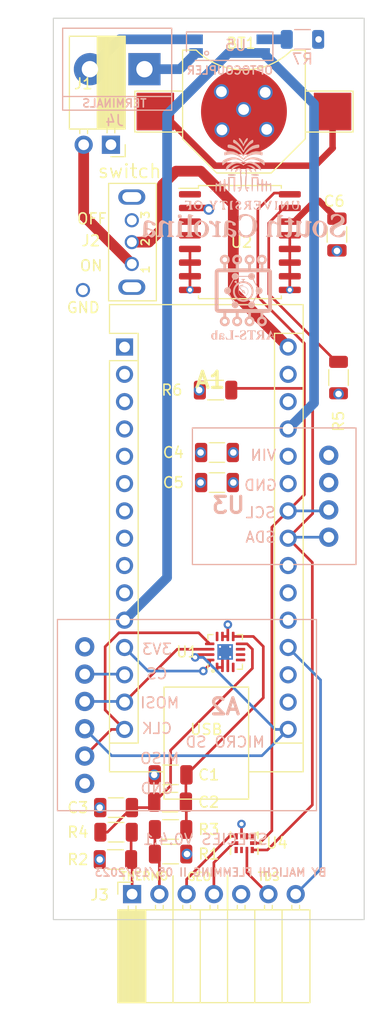
<source format=kicad_pcb>
(kicad_pcb (version 20221018) (generator pcbnew)
  (layers (0 "F.Cu" signal) (1 "In1.Cu" signal) (2 "In2.Cu" signal) (31 "B.Cu" signal) (34 "B.Paste" user) (35 "F.Paste" user) (36 "B.SilkS" user "B.Silkscreen") (37 "F.SilkS" user "F.Silkscreen") (38 "B.Mask" user) (39 "F.Mask" user) (44 "Edge.Cuts" user))
  (net 0 "")
  (net 4 "GND")
  (net 11 "5V0")
  (net 12 "TEMP_AMP_CS")
  (net 13 "SD_CS")
  (net 14 "MOSI")
  (net 15 "MISO")
  (net 16 "CLK")
  (net 17 "3V3")
  (net 19 "EC_DATA")
  (net 23 "SDA")
  (net 24 "SCL")
  (net 27 "Net-(J4-Pad1)")
  (net 29 "VIN")
  (net 30 "Net-(BT1-Pad1)")
  (net 31 "Net-(C1-Pad2)")
  (net 32 "Net-(C2-Pad2)")
  (net 33 "POWER")
  (net 35 "GEO_AMP_1")
  (net 36 "GEO_AMP_0")
  (net 37 "TEMP_AMP_1")
  (net 38 "TEMP_AMP_0")
  (net 51 "Net-(J4-Pad2)")
  (net 52 "Net-(R7-Pad1)")
  (footprint "Package_DFN_QFN:VQFN-16-1EP_3x3mm_P0.5mm_EP1.45x1.45mm_ThermalVias" (layer "F.Cu") (at 178.816 119.888 90)
    (fp_text reference "U1" (at 0 -3.556 180) (layer "F.SilkS"))
    (fp_text value "ADS1120-PW")
    (pad "1" smd roundrect (at -1.4375 -0.75 90) (size 0.875 0.25) (layers "F.Cu" "F.Paste" "F.Mask") (net 4 "GND"))
    (pad "2" smd roundrect (at -1.4375 -0.25 90) (size 0.875 0.25) (layers "F.Cu" "F.Paste" "F.Mask") (net 4 "GND"))
    (pad "3" smd roundrect (at -1.4375 0.25 90) (size 0.875 0.25) (layers "F.Cu" "F.Paste" "F.Mask") (net 4 "GND"))
    (pad "4" smd roundrect (at -1.4375 0.75 90) (size 0.875 0.25) (layers "F.Cu" "F.Paste" "F.Mask"))
    (pad "5" smd roundrect (at -0.75 1.4375 90) (size 0.25 0.875) (layers "F.Cu" "F.Paste" "F.Mask"))
    (pad "6" smd roundrect (at -0.25 1.4375 90) (size 0.25 0.875) (layers "F.Cu" "F.Paste" "F.Mask"))
    (pad "7" smd roundrect (at 0.25 1.4375 90) (size 0.25 0.875) (layers "F.Cu" "F.Paste" "F.Mask"))
    (pad "8" smd roundrect (at 0.75 1.4375 90) (size 0.25 0.875) (layers "F.Cu" "F.Paste" "F.Mask") (net 32 "Net-(C2-Pad2)"))
    (pad "9" smd roundrect (at 1.4375 0.75 90) (size 0.875 0.25) (layers "F.Cu" "F.Paste" "F.Mask") (net 31 "Net-(C1-Pad2)"))
    (pad "10" smd roundrect (at 1.4375 0.25 90) (size 0.875 0.25) (layers "F.Cu" "F.Paste" "F.Mask") (net 17 "3V3"))
    (pad "11" smd roundrect (at 1.4375 -0.25 90) (size 0.875 0.25) (layers "F.Cu" "F.Paste" "F.Mask") (net 17 "3V3"))
    (pad "12" smd roundrect (at 1.4375 -0.75 90) (size 0.875 0.25) (layers "F.Cu" "F.Paste" "F.Mask"))
    (pad "13" smd roundrect (at 0.75 -1.4375 90) (size 0.25 0.875) (layers "F.Cu" "F.Paste" "F.Mask") (net 15 "MISO"))
    (pad "14" smd roundrect (at 0.25 -1.4375 90) (size 0.25 0.875) (layers "F.Cu" "F.Paste" "F.Mask") (net 14 "MOSI"))
    (pad "15" smd roundrect (at -0.25 -1.4375 90) (size 0.25 0.875) (layers "F.Cu" "F.Paste" "F.Mask") (net 16 "CLK"))
    (pad "16" smd roundrect (at -0.75 -1.4375 90) (size 0.25 0.875) (layers "F.Cu" "F.Paste" "F.Mask") (net 12 "TEMP_AMP_CS"))
    (pad "17" thru_hole circle (at -0.475 -0.475 90) (size 0.5 0.5) (drill 0.2) (layers "*.Cu") (net 4 "GND"))
    (pad "17" thru_hole circle (at -0.475 0.475 90) (size 0.5 0.5) (drill 0.2) (layers "*.Cu") (net 4 "GND"))
    (pad "17" smd rect (at 0 0 90) (size 1.45 1.45) (layers "F.Cu" "F.Mask") (net 4 "GND"))
    (pad "17" smd rect (at 0 0 90) (size 1.45 1.45) (layers "B.Cu") (net 4 "GND"))
    (pad "17" thru_hole circle (at 0.475 -0.475 90) (size 0.5 0.5) (drill 0.2) (layers "*.Cu") (net 4 "GND"))
    (pad "17" thru_hole circle (at 0.475 0.475 90) (size 0.5 0.5) (drill 0.2) (layers "*.Cu") (net 4 "GND"))
  )
  (footprint "Resistor_SMD:R_1206_3216Metric" (layer "F.Cu") (at 168.5945 139.192 180)
    (fp_text reference "R2" (at 3.4945 0) (layer "F.SilkS"))
    (fp_text value "R_1MOhm")
    (pad "1" smd roundrect (at -1.4625 0 180) (size 1.125 1.75) (layers "F.Cu" "F.Paste" "F.Mask") (roundrect_rratio 0.222222) (net 37 "TEMP_AMP_1"))
    (pad "2" smd roundrect (at 1.4625 0 180) (size 1.125 1.75) (layers "F.Cu" "F.Paste" "F.Mask") (roundrect_rratio 0.222222) (net 4 "GND"))
  )
  (footprint "Connector_PinSocket_2.54mm:PinSocket_1x07_P2.54mm_Horizontal" (layer "F.Cu") (at 170.15 142.412 90)
    (fp_text reference "J3" (at -0.082 -3.018 180) (layer "F.SilkS"))
    (fp_text value "Conn_01x07_Female")
    (pad "1" thru_hole rect (at 0 0 90) (size 1.7 1.7) (drill 1) (layers "*.Cu" "*.Mask") (net 37 "TEMP_AMP_1"))
    (pad "2" thru_hole oval (at 0 2.54 90) (size 1.7 1.7) (drill 1) (layers "*.Cu" "*.Mask") (net 38 "TEMP_AMP_0"))
    (pad "3" thru_hole oval (at 0 5.08 90) (size 1.7 1.7) (drill 1) (layers "*.Cu" "*.Mask") (net 36 "GEO_AMP_0"))
    (pad "4" thru_hole oval (at 0 7.62 90) (size 1.7 1.7) (drill 1) (layers "*.Cu" "*.Mask") (net 35 "GEO_AMP_1"))
    (pad "5" thru_hole oval (at 0 10.16 90) (size 1.7 1.7) (drill 1) (layers "*.Cu" "*.Mask") (net 4 "GND"))
    (pad "6" thru_hole oval (at 0 12.7 90) (size 1.7 1.7) (drill 1) (layers "*.Cu" "*.Mask") (net 17 "3V3"))
    (pad "7" thru_hole oval (at 0 15.24 90) (size 1.7 1.7) (drill 1) (layers "*.Cu" "*.Mask") (net 19 "EC_DATA"))
  )
  (footprint "Connector_PinSocket_2.54mm:PinSocket_1x02_P2.54mm_Horizontal" (layer "F.Cu") (at 168.178 72.726 -90)
    (fp_text reference "J1" (at -5.67 2.57 180) (layer "F.SilkS"))
    (fp_text value "Conn_01x02_Female")
    (pad "1" thru_hole rect (at 0 0 270) (size 1.7 1.7) (drill 1) (layers "*.Cu" "*.Mask") (net 4 "GND"))
    (pad "2" thru_hole oval (at 0 2.54 270) (size 1.7 1.7) (drill 1) (layers "*.Cu" "*.Mask") (net 33 "POWER"))
  )
  (footprint "kitest:battery_holder_10mm" (layer "F.Cu") (at 180.57 69.64)
    (fp_text reference "BT1" (at -0.254 -6.35 180) (layer "F.SilkS"))
    (fp_text value "Battery_Cell")
    (pad "1" smd rect (at -8.255 0 270) (size 3.5 3.5) (layers "F.Cu" "F.Mask") (net 30 "Net-(BT1-Pad1)"))
    (pad "1" smd rect (at 8.255 0 270) (size 3.5 3.5) (layers "F.Cu" "F.Mask") (net 30 "Net-(BT1-Pad1)"))
    (pad "2" smd circle (at 0 0 270) (size 8 8) (layers "F.Cu" "F.Mask") (net 4 "GND"))
  )
  (footprint "Capacitor_SMD:C_1206_3216Metric" (layer "F.Cu") (at 178.054 104.14)
    (fp_text reference "C5" (at -4.064 0) (layer "F.SilkS"))
    (fp_text value "C_0.1uF")
    (pad "1" smd roundrect (at -1.475 0) (size 1.15 1.8) (layers "F.Cu" "F.Paste" "F.Mask") (roundrect_rratio 0.217391) (net 17 "3V3"))
    (pad "2" smd roundrect (at 1.475 0) (size 1.15 1.8) (layers "F.Cu" "F.Paste" "F.Mask") (roundrect_rratio 0.217391) (net 4 "GND"))
  )
  (footprint "Resistor_SMD:R_1206_3216Metric" (layer "F.Cu") (at 168.656 136.652)
    (fp_text reference "R4" (at -3.556 0) (layer "F.SilkS"))
    (fp_text value "R_800Ohm")
    (pad "1" smd roundrect (at -1.4625 0) (size 1.125 1.75) (layers "F.Cu" "F.Paste" "F.Mask") (roundrect_rratio 0.222222) (net 32 "Net-(C2-Pad2)"))
    (pad "2" smd roundrect (at 1.4625 0) (size 1.125 1.75) (layers "F.Cu" "F.Paste" "F.Mask") (roundrect_rratio 0.222222) (net 37 "TEMP_AMP_1"))
  )
  (footprint "Resistor_SMD:R_1206_3216Metric" (layer "F.Cu") (at 173.736 138.684 180)
    (fp_text reference "R1" (at -3.556 0) (layer "F.SilkS"))
    (fp_text value "R_1MOhm")
    (pad "1" smd roundrect (at -1.4625 0 180) (size 1.125 1.75) (layers "F.Cu" "F.Paste" "F.Mask") (roundrect_rratio 0.222222) (net 17 "3V3"))
    (pad "2" smd roundrect (at 1.4625 0 180) (size 1.125 1.75) (layers "F.Cu" "F.Paste" "F.Mask") (roundrect_rratio 0.222222) (net 38 "TEMP_AMP_0"))
  )
  (footprint "Resistor_SMD:R_1206_3216Metric" (layer "F.Cu") (at 189.38 94.376 90)
    (fp_text reference "R5" (at -4.064 0 90) (layer "F.SilkS"))
    (fp_text value "R_Small_US")
    (pad "1" smd roundrect (at -1.4625 0 90) (size 1.125 1.75) (layers "F.Cu" "F.Paste" "F.Mask") (roundrect_rratio 0.222222) (net 17 "3V3"))
    (pad "2" smd roundrect (at 1.4625 0 90) (size 1.125 1.75) (layers "F.Cu" "F.Paste" "F.Mask") (roundrect_rratio 0.222222) (net 23 "SDA"))
  )
  (footprint "Capacitor_SMD:C_1206_3216Metric" (layer "F.Cu") (at 173.687 133.858 180)
    (fp_text reference "C2" (at -3.605 0) (layer "F.SilkS"))
    (fp_text value "C_0.47uF")
    (pad "1" smd roundrect (at -1.475 0 180) (size 1.15 1.8) (layers "F.Cu" "F.Paste" "F.Mask") (roundrect_rratio 0.217391) (net 31 "Net-(C1-Pad2)"))
    (pad "2" smd roundrect (at 1.475 0 180) (size 1.15 1.8) (layers "F.Cu" "F.Paste" "F.Mask") (roundrect_rratio 0.217391) (net 32 "Net-(C2-Pad2)"))
  )
  (footprint "kitest:grounded_switch" (layer "F.Cu") (at 165.042 81.78 90)
    (fp_text reference "J2" (at 0.13 1.268 180) (layer "F.SilkS"))
    (fp_text value "XLR3_Switched")
    (fp_text user "switch" (at 6.596 4.884 180) (layer "F.SilkS") (effects (font (size 1.27 1.27))))
    (fp_text user "1" (at -2.54 6.35 90) (layer "F.SilkS") (effects (font (size 0.75 0.75))))
    (fp_text user "3" (at 2.54 6.35 90) (layer "F.SilkS") (effects (font (size 0.75 0.75))))
    (fp_text user "2" (at 0 6.35 90) (layer "F.SilkS") (effects (font (size 0.75 0.75))))
    (pad "" thru_hole oval (at -4.191 5.08 180) (size 2.524 1.424) (drill oval 1.76 0.914) (layers "*.Cu" "*.Mask"))
    (pad "" thru_hole oval (at 4.191 5.08 180) (size 2.524 1.424) (drill oval 1.76 0.914) (layers "*.Cu" "*.Mask"))
    (pad "1" thru_hole circle (at -2.032 5.08 90) (size 1.324 1.324) (drill 0.914) (layers "*.Cu" "*.Mask") (net 33 "POWER"))
    (pad "2" thru_hole circle (at 0 5.08 90) (size 1.324 1.324) (drill 0.914) (layers "*.Cu" "*.Mask") (net 29 "VIN"))
    (pad "3" thru_hole circle (at 2.032 5.08 90) (size 1.324 1.324) (drill 0.914) (layers "*.Cu" "*.Mask"))
  )
  (footprint "Module:Arduino_Nano" (layer "F.Cu") (at 169.445 91.535)
    (fp_text reference "A1" (at 7.975 3.075) (layer "F.SilkS") (effects (font (size 1.5 1.5) (thickness 0.3))))
    (fp_text value "Arduino_Nano_v3.x")
    (fp_text user "USB" (at 7.62 35.56 unlocked) (layer "F.SilkS"))
    (pad "1" thru_hole rect (at 0 0) (size 1.6 1.6) (drill 1) (layers "*.Cu" "*.Mask"))
    (pad "2" thru_hole oval (at 0 2.54) (size 1.6 1.6) (drill 1) (layers "*.Cu" "*.Mask"))
    (pad "3" thru_hole oval (at 0 5.08) (size 1.6 1.6) (drill 1) (layers "*.Cu" "*.Mask"))
    (pad "4" thru_hole oval (at 0 7.62) (size 1.6 1.6) (drill 1) (layers "*.Cu" "*.Mask") (net 4 "GND"))
    (pad "5" thru_hole oval (at 0 10.16) (size 1.6 1.6) (drill 1) (layers "*.Cu" "*.Mask"))
    (pad "6" thru_hole oval (at 0 12.7) (size 1.6 1.6) (drill 1) (layers "*.Cu" "*.Mask"))
    (pad "7" thru_hole oval (at 0 15.24) (size 1.6 1.6) (drill 1) (layers "*.Cu" "*.Mask"))
    (pad "8" thru_hole oval (at 0 17.78) (size 1.6 1.6) (drill 1) (layers "*.Cu" "*.Mask"))
    (pad "9" thru_hole oval (at 0 20.32) (size 1.6 1.6) (drill 1) (layers "*.Cu" "*.Mask"))
    (pad "10" thru_hole oval (at 0 22.86) (size 1.6 1.6) (drill 1) (layers "*.Cu" "*.Mask"))
    (pad "11" thru_hole oval (at 0 25.4) (size 1.6 1.6) (drill 1) (layers "*.Cu" "*.Mask") (net 11 "5V0"))
    (pad "12" thru_hole oval (at 0 27.94) (size 1.6 1.6) (drill 1) (layers "*.Cu" "*.Mask") (net 12 "TEMP_AMP_CS"))
    (pad "13" thru_hole oval (at 0 30.48) (size 1.6 1.6) (drill 1) (layers "*.Cu" "*.Mask") (net 13 "SD_CS"))
    (pad "14" thru_hole oval (at 0 33.02) (size 1.6 1.6) (drill 1) (layers "*.Cu" "*.Mask") (net 14 "MOSI"))
    (pad "15" thru_hole oval (at 0 35.56) (size 1.6 1.6) (drill 1) (layers "*.Cu" "*.Mask") (net 15 "MISO"))
    (pad "16" thru_hole oval (at 15.24 35.56) (size 1.6 1.6) (drill 1) (layers "*.Cu" "*.Mask") (net 16 "CLK"))
    (pad "17" thru_hole oval (at 15.24 33.02) (size 1.6 1.6) (drill 1) (layers "*.Cu" "*.Mask") (net 17 "3V3"))
    (pad "18" thru_hole oval (at 15.24 30.48) (size 1.6 1.6) (drill 1) (layers "*.Cu" "*.Mask"))
    (pad "19" thru_hole oval (at 15.24 27.94) (size 1.6 1.6) (drill 1) (layers "*.Cu" "*.Mask") (net 19 "EC_DATA"))
    (pad "20" thru_hole oval (at 15.24 25.4) (size 1.6 1.6) (drill 1) (layers "*.Cu" "*.Mask"))
    (pad "21" thru_hole oval (at 15.24 22.86) (size 1.6 1.6) (drill 1) (layers "*.Cu" "*.Mask"))
    (pad "22" thru_hole oval (at 15.24 20.32) (size 1.6 1.6) (drill 1) (layers "*.Cu" "*.Mask"))
    (pad "23" thru_hole oval (at 15.24 17.78) (size 1.6 1.6) (drill 1) (layers "*.Cu" "*.Mask") (net 23 "SDA"))
    (pad "24" thru_hole oval (at 15.24 15.24) (size 1.6 1.6) (drill 1) (layers "*.Cu" "*.Mask") (net 24 "SCL"))
    (pad "25" thru_hole oval (at 15.24 12.7) (size 1.6 1.6) (drill 1) (layers "*.Cu" "*.Mask"))
    (pad "26" thru_hole oval (at 15.24 10.16) (size 1.6 1.6) (drill 1) (layers "*.Cu" "*.Mask"))
    (pad "27" thru_hole oval (at 15.24 7.62) (size 1.6 1.6) (drill 1) (layers "*.Cu" "*.Mask") (net 11 "5V0"))
    (pad "28" thru_hole oval (at 15.24 5.08) (size 1.6 1.6) (drill 1) (layers "*.Cu" "*.Mask"))
    (pad "29" thru_hole oval (at 15.24 2.54) (size 1.6 1.6) (drill 1) (layers "*.Cu" "*.Mask") (net 4 "GND"))
    (pad "30" thru_hole oval (at 15.24 0) (size 1.6 1.6) (drill 1) (layers "*.Cu" "*.Mask") (net 29 "VIN"))
  )
  (footprint "Capacitor_SMD:C_1206_3216Metric" (layer "F.Cu") (at 168.656 134.366 180)
    (fp_text reference "C3" (at 3.556 0) (layer "F.SilkS"))
    (fp_text value "C_0.047uF")
    (pad "1" smd roundrect (at -1.475 0 180) (size 1.15 1.8) (layers "F.Cu" "F.Paste" "F.Mask") (roundrect_rratio 0.217391) (net 32 "Net-(C2-Pad2)"))
    (pad "2" smd roundrect (at 1.475 0 180) (size 1.15 1.8) (layers "F.Cu" "F.Paste" "F.Mask") (roundrect_rratio 0.217391) (net 4 "GND"))
  )
  (footprint "kitest:10X2QFN" (layer "F.Cu") (at 180.594 137.668 -90)
    (fp_text reference "U4" (at -0.01 -3.048 unlocked) (layer "F.SilkS"))
    (fp_text value "ADS1115IDGS")
    (pad "1" smd rect (at -0.635 -0.750001) (size 0.3 0.58) (layers "F.Cu" "F.Mask"))
    (pad "2" smd rect (at -0.635 -0.25) (size 0.249936 0.579882) (layers "F.Cu" "F.Paste" "F.Mask"))
    (pad "3" smd rect (at -0.635 0.25) (size 0.249936 0.579882) (layers "F.Cu" "F.Paste" "F.Mask") (net 4 "GND"))
    (pad "4" smd rect (at -0.635 0.750001) (size 0.3 0.58) (layers "F.Cu" "F.Mask") (net 36 "GEO_AMP_0"))
    (pad "5" smd rect (at 0 0.860001 270) (size 0.35 0.63) (layers "F.Cu" "F.Paste" "F.Mask") (net 35 "GEO_AMP_1"))
    (pad "6" smd rect (at 0.635 0.750001) (size 0.3 0.58) (layers "F.Cu" "F.Mask"))
    (pad "7" smd rect (at 0.635 0.25) (size 0.249936 0.579882) (layers "F.Cu" "F.Paste" "F.Mask"))
    (pad "8" smd rect (at 0.635 -0.25) (size 0.249936 0.579882) (layers "F.Cu" "F.Paste" "F.Mask") (net 17 "3V3"))
    (pad "9" smd rect (at 0.635 -0.750001) (size 0.3 0.58) (layers "F.Cu" "F.Mask") (net 23 "SDA"))
    (pad "10" smd rect (at 0 -0.860001 270) (size 0.35 0.63) (layers "F.Cu" "F.Paste" "F.Mask") (net 24 "SCL"))
  )
  (footprint "Package_SO:SOIC-16W_7.5x10.3mm_P1.27mm" (layer "F.Cu") (at 180.19 81.78)
    (fp_text reference "U2" (at 0.15 0.008) (layer "F.SilkS"))
    (fp_text value "DS3231M")
    (pad "1" smd roundrect (at -4.65 -4.445) (size 2.05 0.6) (layers "F.Cu" "F.Paste" "F.Mask"))
    (pad "2" smd roundrect (at -4.65 -3.175) (size 2.05 0.6) (layers "F.Cu" "F.Paste" "F.Mask") (net 17 "3V3"))
    (pad "3" smd roundrect (at -4.65 -1.905) (size 2.05 0.6) (layers "F.Cu" "F.Paste" "F.Mask"))
    (pad "4" smd roundrect (at -4.65 -0.635) (size 2.05 0.6) (layers "F.Cu" "F.Paste" "F.Mask"))
    (pad "5" smd roundrect (at -4.65 0.635) (size 2.05 0.6) (layers "F.Cu" "F.Paste" "F.Mask") (net 4 "GND"))
    (pad "6" smd roundrect (at -4.65 1.905) (size 2.05 0.6) (layers "F.Cu" "F.Paste" "F.Mask") (net 4 "GND"))
    (pad "7" smd roundrect (at -4.65 3.175) (size 2.05 0.6) (layers "F.Cu" "F.Paste" "F.Mask") (net 4 "GND"))
    (pad "8" smd roundrect (at -4.65 4.445) (size 2.05 0.6) (layers "F.Cu" "F.Paste" "F.Mask") (net 4 "GND"))
    (pad "9" smd roundrect (at 4.65 4.445) (size 2.05 0.6) (layers "F.Cu" "F.Paste" "F.Mask") (net 4 "GND"))
    (pad "10" smd roundrect (at 4.65 3.175) (size 2.05 0.6) (layers "F.Cu" "F.Paste" "F.Mask") (net 4 "GND"))
    (pad "11" smd roundrect (at 4.65 1.905) (size 2.05 0.6) (layers "F.Cu" "F.Paste" "F.Mask") (net 4 "GND"))
    (pad "12" smd roundrect (at 4.65 0.635) (size 2.05 0.6) (layers "F.Cu" "F.Paste" "F.Mask") (net 4 "GND"))
    (pad "13" smd roundrect (at 4.65 -0.635) (size 2.05 0.6) (layers "F.Cu" "F.Paste" "F.Mask") (net 4 "GND"))
    (pad "14" smd roundrect (at 4.65 -1.905) (size 2.05 0.6) (layers "F.Cu" "F.Paste" "F.Mask") (net 30 "Net-(BT1-Pad1)"))
    (pad "15" smd roundrect (at 4.65 -3.175) (size 2.05 0.6) (layers "F.Cu" "F.Paste" "F.Mask") (net 23 "SDA"))
    (pad "16" smd roundrect (at 4.65 -4.445) (size 2.05 0.6) (layers "F.Cu" "F.Paste" "F.Mask") (net 24 "SCL"))
  )
  (footprint "Capacitor_SMD:C_1206_3216Metric" (layer "F.Cu") (at 173.736 131.318)
    (fp_text reference "C1" (at 3.556 0) (layer "F.SilkS"))
    (fp_text value "C_0.047uF")
    (pad "1" smd roundrect (at -1.475 0) (size 1.15 1.8) (layers "F.Cu" "F.Paste" "F.Mask") (roundrect_rratio 0.217391) (net 4 "GND"))
    (pad "2" smd roundrect (at 1.475 0) (size 1.15 1.8) (layers "F.Cu" "F.Paste" "F.Mask") (roundrect_rratio 0.217391) (net 31 "Net-(C1-Pad2)"))
  )
  (footprint "Capacitor_SMD:C_1206_3216Metric" (layer "F.Cu") (at 189.23 81.075 90)
    (fp_text reference "C6" (at 3.097 -0.254 180) (layer "F.SilkS"))
    (fp_text value "C_Small")
    (pad "1" smd roundrect (at -1.475 0 90) (size 1.15 1.8) (layers "F.Cu" "F.Paste" "F.Mask") (roundrect_rratio 0.217391) (net 4 "GND"))
    (pad "2" smd roundrect (at 1.475 0 90) (size 1.15 1.8) (layers "F.Cu" "F.Paste" "F.Mask") (roundrect_rratio 0.217391) (net 30 "Net-(BT1-Pad1)"))
  )
  (footprint "Resistor_SMD:R_1206_3216Metric" (layer "F.Cu") (at 177.924 95.54)
    (fp_text reference "R6" (at -4.064 0) (layer "F.SilkS"))
    (fp_text value "R_Small_US")
    (pad "1" smd roundrect (at -1.4625 0) (size 1.125 1.75) (layers "F.Cu" "F.Paste" "F.Mask") (roundrect_rratio 0.222222) (net 17 "3V3"))
    (pad "2" smd roundrect (at 1.4625 0) (size 1.125 1.75) (layers "F.Cu" "F.Paste" "F.Mask") (roundrect_rratio 0.222222) (net 24 "SCL"))
  )
  (footprint "Resistor_SMD:R_1206_3216Metric" (layer "F.Cu") (at 173.736 136.398 180)
    (fp_text reference "R3" (at -3.556 0) (layer "F.SilkS"))
    (fp_text value "R_800Ohm")
    (pad "1" smd roundrect (at -1.4625 0 180) (size 1.125 1.75) (layers "F.Cu" "F.Paste" "F.Mask") (roundrect_rratio 0.222222) (net 31 "Net-(C1-Pad2)"))
    (pad "2" smd roundrect (at 1.4625 0 180) (size 1.125 1.75) (layers "F.Cu" "F.Paste" "F.Mask") (roundrect_rratio 0.222222) (net 38 "TEMP_AMP_0"))
  )
  (footprint "Capacitor_SMD:C_1206_3216Metric" (layer "F.Cu") (at 178.054 101.346)
    (fp_text reference "C4" (at -4.064 0) (layer "F.SilkS"))
    (fp_text value "C_0.1uF")
    (pad "1" smd roundrect (at -1.475 0) (size 1.15 1.8) (layers "F.Cu" "F.Paste" "F.Mask") (roundrect_rratio 0.217391) (net 17 "3V3"))
    (pad "2" smd roundrect (at 1.475 0) (size 1.15 1.8) (layers "F.Cu" "F.Paste" "F.Mask") (roundrect_rratio 0.217391) (net 4 "GND"))
  )
  (footprint "kitest:SD Module" (layer "B.Cu") (at 177.165 135.922 180)
    (fp_text reference "A2" (at -1.651 10.954) (layer "B.SilkS") (effects (font (size 1.5 1.5) (thickness 0.3)) (justify mirror)))
    (fp_text value "SD_Card_Module")
    (fp_text user "3V3" (at 4.699 16.288) (layer "B.SilkS") (effects (justify mirror)))
    (fp_text user "CLK" (at 4.699 8.922) (layer "B.SilkS") (effects (justify mirror)))
    (fp_text user "MICRO SD" (at -1.651 7.652) (layer "B.SilkS") (effects (justify mirror)))
    (fp_text user "MOSI" (at 4.445 11.303) (layer "B.SilkS") (effects (justify mirror)))
    (fp_text user "CS" (at 4.699 14.002) (layer "B.SilkS") (effects (justify mirror)))
    (fp_text user "MISO" (at 4.445 6.128) (layer "B.SilkS") (effects (justify mirror)))
    (fp_text user "GND" (at 4.699 3.334) (layer "B.SilkS") (effects (justify mirror)))
    (pad "1" thru_hole circle (at 11.43 16.51 180) (size 1.8 1.8) (drill 1) (layers "*.Cu" "*.Mask") (net 17 "3V3"))
    (pad "2" thru_hole circle (at 11.43 13.97 180) (size 1.8 1.8) (drill 1) (layers "*.Cu" "*.Mask") (net 13 "SD_CS"))
    (pad "3" thru_hole circle (at 11.43 11.43 180) (size 1.8 1.8) (drill 1) (layers "*.Cu" "*.Mask") (net 14 "MOSI"))
    (pad "4" thru_hole circle (at 11.43 8.89 180) (size 1.8 1.8) (drill 1) (layers "*.Cu" "*.Mask") (net 16 "CLK"))
    (pad "5" thru_hole circle (at 11.43 6.35 180) (size 1.8 1.8) (drill 1) (layers "*.Cu" "*.Mask") (net 15 "MISO"))
    (pad "6" thru_hole circle (at 11.43 3.81 180) (size 1.8 1.8) (drill 1) (layers "*.Cu" "*.Mask") (net 4 "GND"))
  )
  (footprint "footprints:Vishay_VOS615A" (layer "B.Cu") (at 179.24 63.56)
    (fp_text reference "U5" (at 0.55 -0.075 180) (layer "B.SilkS") (effects (justify mirror)))
    (fp_text value "VO615A")
    (pad "1" smd rect (at -3.125 0.635) (size 1.25 0.9) (layers "B.Cu" "B.Paste" "B.Mask") (net 27 "Net-(J4-Pad1)"))
    (pad "2" smd rect (at -3.125 -0.635) (size 1.25 0.9) (layers "B.Cu" "B.Paste" "B.Mask") (net 51 "Net-(J4-Pad2)"))
    (pad "3" smd rect (at 3.125 -0.635) (size 1.25 0.9) (layers "B.Cu" "B.Paste" "B.Mask") (net 52 "Net-(R7-Pad1)"))
    (pad "4" smd rect (at 3.125 0.635) (size 1.25 0.9) (layers "B.Cu" "B.Paste" "B.Mask") (net 11 "5V0"))
  )
  (footprint "TerminalBlock:TerminalBlock_bornier-2_P5.08mm" (layer "B.Cu") (at 171.3 65.7 180)
    (fp_text reference "J4" (at 2.78 -4.78) (layer "B.SilkS") (effects (justify mirror)))
    (fp_text value "Screw_Terminal")
    (pad "1" thru_hole rect (at 0 0 180) (size 3 3) (drill 1.52) (layers "*.Cu" "*.Mask") (net 27 "Net-(J4-Pad1)"))
    (pad "2" thru_hole circle (at 5.08 0 180) (size 3 3) (drill 1.52) (layers "*.Cu" "*.Mask") (net 51 "Net-(J4-Pad2)"))
  )
  (footprint "Resistor_SMD:R_1206_3216Metric" (layer "B.Cu") (at 186.02 62.93)
    (fp_text reference "R7" (at 0 1.82) (layer "B.SilkS") (effects (justify mirror)))
    (fp_text value "R_1.9kOhm")
    (pad "1" smd roundrect (at -1.4625 0) (size 1.125 1.75) (layers "B.Cu" "B.Paste" "B.Mask") (roundrect_rratio 0.222222) (net 52 "Net-(R7-Pad1)"))
    (pad "2" smd roundrect (at 1.4625 0) (size 1.125 1.75) (layers "B.Cu" "B.Paste" "B.Mask") (roundrect_rratio 0.222222) (net 4 "GND"))
  )
  (footprint "kitest:TDS_module" (layer "B.Cu") (at 183.388 105.41)
    (fp_text reference "U3" (at -4.268 0.83) (layer "B.SilkS") (effects (font (size 1.5 1.5) (thickness 0.3)) (justify mirror)))
    (fp_text value "4023")
    (fp_text user "SDA" (at -1.27 3.81) (layer "B.SilkS") (effects (justify mirror)))
    (fp_text user "SCL" (at -1.27 1.524) (layer "B.SilkS") (effects (justify mirror)))
    (fp_text user "VIN" (at -1.016 -3.81) (layer "B.SilkS") (effects (justify mirror)))
    (fp_text user "GND" (at -1.27 -1.016) (layer "B.SilkS") (effects (justify mirror)))
    (pad "10" thru_hole circle (at 5.08 -1.27) (size 1.8 1.8) (drill 1) (layers "*.Cu" "*.Mask") (net 4 "GND"))
    (pad "11" thru_hole circle (at 5.08 1.27) (size 1.8 1.8) (drill 1) (layers "*.Cu" "*.Mask") (net 24 "SCL"))
    (pad "12" thru_hole circle (at 5.08 3.81) (size 1.8 1.8) (drill 1) (layers "*.Cu" "*.Mask") (net 23 "SDA"))
    (pad "13" thru_hole circle (at 5.08 -3.81) (size 1.8 1.8) (drill 1) (layers "*.Cu" "*.Mask") (net 17 "3V3"))
  )
  (footprint "kitest:ARTS_lab_logo" (layer "B.Cu") (at 180.52 86.9 180)
    (fp_text reference "G***" hide)
    (fp_text value "LOGO" hide)
  )
  (footprint "kitest:uofsc_logo_0_75in" (layer "B.Cu") (at 180.521388 76.682931 180)
    (fp_text reference "G***" hide)
    (fp_text value "LOGO" hide)
  )
  (gr_line (start 179.04 143.872) (end 179.04 140.7) (stroke (width 0.15)) (layer "F.SilkS"))
  (gr_line (start 173.96 143.83) (end 173.96 140.72) (stroke (width 0.15)) (layer "F.SilkS"))
  (gr_rect (start 162.814 60.96) (end 191.77 144.78) (stroke (width 0.1)) (fill none) (layer "Edge.Cuts"))
  (gr_text "BY MALICHI FLEMMING II 05/19/2023" (at 177.47 140.39) (layer "B.SilkS") (effects (font (size 0.75 0.75)) (justify mirror)))
  (gr_text "SPECIES V0.4.1" (at 176.98 137.32) (layer "B.SilkS") (effects (font (size 1 1)) (justify mirror)))
  (gr_text "TERMINALS" (at 168.5 68.87) (layer "B.SilkS") (effects (font (size 0.75 0.75)) (justify mirror)))
  (gr_text "OPTOCOUPLER" (at 179.26 65.81) (layer "B.SilkS") (effects (font (size 0.75 0.75)) (justify mirror)))
  (gr_text "ON" (at 166.34 83.97) (layer "F.SilkS") (effects (font (size 1 1))))
  (gr_text "GND" (at 165.6 87.87) (layer "F.SilkS") (effects (font (size 1 1))))
  (gr_text "THERMO" (at 171.29 140.74) (layer "F.SilkS") (effects (font (size 0.75 0.75))))
  (gr_text "OFF" (at 166.41 79.61) (layer "F.SilkS") (effects (font (size 1 1))))
  (gr_text "GEO" (at 176.4 140.79) (layer "F.SilkS") (effects (font (size 0.75 0.75))))
  (gr_text "TDS" (at 182.89 140.78) (layer "F.SilkS") (effects (font (size 0.75 0.75))))
  (segment (start 178.066 121.3255) (end 178.566 121.3255) (width 0.25) (layer "F.Cu") (net 4))
  (segment (start 175.54 82.415) (end 175.54 86.225) (width 0.25) (layer "F.Cu") (net 4))
  (segment (start 184.84 81.145) (end 184.84 86.225) (width 0.25) (layer "F.Cu") (net 4))
  (segment (start 179.291 120.363) (end 179.066 120.588) (width 0.25) (layer "F.Cu") (net 4))
  (segment (start 180.344 135.894) (end 180.34 135.89) (width 0.25) (layer "F.Cu") (net 4))
  (segment (start 178.566 120.588) (end 178.566 121.3255) (width 0.25) (layer "F.Cu") (net 4))
  (segment (start 179.066 120.588) (end 179.066 121.3255) (width 0.25) (layer "F.Cu") (net 4))
  (segment (start 178.341 120.363) (end 178.566 120.588) (width 0.25) (layer "F.Cu") (net 4))
  (segment (start 180.344 137.033) (end 180.344 135.894) (width 0.25) (layer "F.Cu") (net 4))
  (via (at 182.69 71.3) (size 1.4) (drill 1) (layers "F.Cu" "B.Cu") (net 4))
  (via (at 178.52 71.34) (size 1.4) (drill 1) (layers "F.Cu" "B.Cu") (net 4))
  (via (at 178.47 67.79) (size 1.4) (drill 1) (layers "F.Cu" "B.Cu") (net 4))
  (via (at 180.34 135.89) (size 0.8) (drill 0.4) (layers "F.Cu" "B.Cu") (net 4))
  (via (at 172.212 131.318) (size 1) (drill 0.6) (layers "F.Cu" "B.Cu") (net 4))
  (via (at 167.132 139.192) (size 1) (drill 0.6) (layers "F.Cu" "B.Cu") (net 4))
  (via (at 189.23 82.599) (size 1) (drill 0.6) (layers "F.Cu" "B.Cu") (net 4))
  (via (at 165.57 86.24) (size 1.324) (drill 0.914) (layers "F.Cu" "B.Cu") (net 4))
  (via (at 167.132 134.366) (size 1) (drill 0.6) (layers "F.Cu" "B.Cu") (net 4))
  (via (at 184.84 86.225) (size 0.7) (drill 0.4) (layers "F.Cu" "B.Cu") (net 4))
  (via (at 182.55 67.86) (size 1.4) (drill 1) (layers "F.Cu" "B.Cu") (net 4))
  (via (at 187.52 62.93) (size 1) (drill 0.6) (layers "F.Cu" "B.Cu") (net 4))
  (via (at 180.54 69.45) (size 1.4) (drill 1) (layers "F.Cu" "B.Cu") (net 4))
  (via (at 175.54 86.225) (size 0.7) (drill 0.4) (layers "F.Cu" "B.Cu") (net 4))
  (via (at 179.578 101.346) (size 1) (drill 0.6) (layers "F.Cu" "B.Cu") (net 4))
  (via (at 179.578 104.14) (size 1) (drill 0.6) (layers "F.Cu" "B.Cu") (net 4))
  (segment (start 187.1 96.74) (end 184.685 99.155) (width 0.9) (layer "B.Cu") (net 11))
  (segment (start 173.41 112.97) (end 169.445 116.935) (width 0.9) (layer "B.Cu") (net 11))
  (segment (start 182.365 64.195) (end 179.125 64.195) (width 0.9) (layer "B.Cu") (net 11))
  (segment (start 173.41 69.91) (end 173.41 112.97) (width 0.9) (layer "B.Cu") (net 11))
  (segment (start 187.1 68.93) (end 187.1 96.74) (width 0.9) (layer "B.Cu") (net 11))
  (segment (start 182.365 64.195) (end 187.1 68.93) (width 0.9) (layer "B.Cu") (net 11))
  (segment (start 179.125 64.195) (end 173.41 69.91) (width 0.9) (layer "B.Cu") (net 11))
  (segment (start 177.3785 121.0715) (end 176.784 121.666) (width 0.25) (layer "F.Cu") (net 12))
  (segment (start 177.3785 120.638) (end 177.3785 121.0715) (width 0.25) (layer "F.Cu") (net 12))
  (via (at 176.784 121.666) (size 0.8) (drill 0.4) (layers "F.Cu" "B.Cu") (net 12))
  (segment (start 171.636 121.666) (end 169.445 119.475) (width 0.25) (layer "B.Cu") (net 12))
  (segment (start 176.784 121.666) (end 171.636 121.666) (width 0.25) (layer "B.Cu") (net 12))
  (segment (start 169.382 121.952) (end 169.445 122.015) (width 0.25) (layer "B.Cu") (net 13))
  (segment (start 165.735 121.952) (end 169.382 121.952) (width 0.25) (layer "B.Cu") (net 13))
  (segment (start 177.3785 119.638) (end 174.362 119.638) (width 0.25) (layer "F.Cu") (net 14))
  (segment (start 174.362 119.638) (end 169.445 124.555) (width 0.25) (layer "F.Cu") (net 14))
  (segment (start 169.382 124.492) (end 169.445 124.555) (width 0.25) (layer "B.Cu") (net 14))
  (segment (start 165.735 124.492) (end 169.382 124.492) (width 0.25) (layer "B.Cu") (net 14))
  (segment (start 169.445 127.095) (end 168.212 127.095) (width 0.25) (layer "F.Cu") (net 15))
  (segment (start 169.445 127.095) (end 167.64 125.29) (width 0.25) (layer "F.Cu") (net 15))
  (segment (start 167.64 125.29) (end 167.64 119.399009) (width 0.25) (layer "F.Cu") (net 15))
  (segment (start 167.64 119.399009) (end 168.929009 118.11) (width 0.25) (layer "F.Cu") (net 15))
  (segment (start 176.3505 118.11) (end 177.3785 119.138) (width 0.25) (layer "F.Cu") (net 15))
  (segment (start 168.212 127.095) (end 165.735 129.572) (width 0.25) (layer "F.Cu") (net 15))
  (segment (start 168.929009 118.11) (end 176.3505 118.11) (width 0.25) (layer "F.Cu") (net 15))
  (segment (start 176.28 120.138) (end 176.022 120.396) (width 0.25) (layer "F.Cu") (net 16))
  (segment (start 177.3785 120.138) (end 176.28 120.138) (width 0.25) (layer "F.Cu") (net 16))
  (via (at 176.022 120.396) (size 0.8) (drill 0.4) (layers "F.Cu" "B.Cu") (net 16))
  (segment (start 176.784 120.396) (end 176.022 120.396) (width 0.25) (layer "B.Cu") (net 16))
  (segment (start 165.735 127.032) (end 168.243 129.54) (width 0.25) (layer "B.Cu") (net 16))
  (segment (start 184.685 127.095) (end 183.483 127.095) (width 0.25) (layer "B.Cu") (net 16))
  (segment (start 182.24 129.54) (end 184.685 127.095) (width 0.25) (layer "B.Cu") (net 16))
  (segment (start 183.483 127.095) (end 176.784 120.396) (width 0.25) (layer "B.Cu") (net 16))
  (segment (start 168.243 129.54) (end 182.24 129.54) (width 0.25) (layer "B.Cu") (net 16))
  (segment (start 177.157 78.605) (end 177.292 78.74) (width 0.6) (layer "F.Cu") (net 17))
  (segment (start 180.844 140.406) (end 182.85 142.412) (width 0.25) (layer "F.Cu") (net 17))
  (segment (start 180.844 138.303) (end 180.844 140.406) (width 0.25) (layer "F.Cu") (net 17))
  (segment (start 175.54 78.605) (end 177.157 78.605) (width 0.6) (layer "F.Cu") (net 17))
  (segment (start 179.066 118.4505) (end 179.066 117.352) (width 0.25) (layer "F.Cu") (net 17))
  (segment (start 179.066 117.352) (end 179.07 117.348) (width 0.25) (layer "F.Cu") (net 17))
  (segment (start 179.066 118.4505) (end 178.566 118.4505) (width 0.25) (layer "F.Cu") (net 17))
  (via (at 176.53 104.14) (size 1) (drill 0.6) (layers "F.Cu" "B.Cu") (net 17))
  (via (at 189.38 95.9) (size 1) (drill 0.6) (layers "F.Cu" "B.Cu") (net 17))
  (via (at 175.26 138.684) (size 1) (drill 0.6) (layers "F.Cu" "B.Cu") (net 17))
  (via (at 176.4 95.54) (size 1) (drill 0.6) (layers "F.Cu" "B.Cu") (net 17))
  (via (at 179.07 117.348) (size 0.8) (drill 0.4) (layers "F.Cu" "B.Cu") (net 17))
  (via (at 176.53 101.346) (size 1) (drill 0.6) (layers "F.Cu" "B.Cu") (net 17))
  (via (at 177.292 78.74) (size 1) (drill 0.6) (layers "F.Cu" "B.Cu") (net 17))
  (segment (start 187.706 122.496) (end 187.706 140.096) (width 0.25) (layer "B.Cu") (net 19))
  (segment (start 184.685 119.475) (end 187.706 122.496) (width 0.25) (layer "B.Cu") (net 19))
  (segment (start 187.706 140.096) (end 185.39 142.412) (width 0.25) (layer "B.Cu") (net 19))
  (segment (start 184.285 78.605) (end 184.84 78.605) (width 0.25) (layer "F.Cu") (net 23))
  (segment (start 186.428 90.162) (end 182.88 86.614) (width 0.25) (layer "F.Cu") (net 23))
  (segment (start 186.97 90.704) (end 186.428 90.162) (width 0.25) (layer "F.Cu") (net 23))
  (segment (start 186.97 107.03) (end 186.97 90.704) (width 0.25) (layer "F.Cu") (net 23))
  (segment (start 182.88 80.01) (end 184.285 78.605) (width 0.25) (layer "F.Cu") (net 23))
  (segment (start 189.1795 92.9135) (end 189.38 92.9135) (width 0.25) (layer "F.Cu") (net 23))
  (segment (start 186.97 90.704) (end 189.1795 92.9135) (width 0.25) (layer "F.Cu") (net 23))
  (segment (start 184.685 109.315) (end 186.97 107.03) (width 0.25) (layer "F.Cu") (net 23))
  (segment (start 182.88 86.614) (end 182.88 80.01) (width 0.25) (layer "F.Cu") (net 23))
  (segment (start 186.938 111.568) (end 186.938 134.118) (width 0.25) (layer "F.Cu") (net 23))
  (segment (start 186.938 134.118) (end 182.753 138.303) (width 0.25) (layer "F.Cu") (net 23))
  (segment (start 184.685 109.315) (end 186.938 111.568) (width 0.25) (layer "F.Cu") (net 23))
  (segment (start 189.38 92.9135) (end 189.221 92.7545) (width 0.25) (layer "F.Cu") (net 23))
  (segment (start 182.753 138.303) (end 181.344001 138.303) (width 0.25) (layer "F.Cu") (net 23))
  (segment (start 188.468 109.22) (end 184.78 109.22) (width 0.25) (layer "B.Cu") (net 23))
  (segment (start 184.78 109.22) (end 184.685 109.315) (width 0.25) (layer "B.Cu") (net 23))
  (segment (start 181.454001 137.668) (end 182.019001 137.668) (width 0.25) (layer "F.Cu") (net 24))
  (segment (start 183.17 108.29) (end 184.685 106.775) (width 0.25) (layer "F.Cu") (net 24))
  (segment (start 179.3865 95.54) (end 179.5455 95.381) (width 0.25) (layer "F.Cu") (net 24))
  (segment (start 181.864 78.74) (end 181.864 86.868) (width 0.25) (layer "F.Cu") (net 24))
  (segment (start 182.019001 137.668) (end 183.17 136.517) (width 0.25) (layer "F.Cu") (net 24))
  (segment (start 183.388 77.216) (end 181.864 78.74) (width 0.25) (layer "F.Cu") (net 24))
  (segment (start 186.2 91.204) (end 186.148 91.152) (width 0.25) (layer "F.Cu") (net 24))
  (segment (start 179.5455 95.381) (end 186.199 95.381) (width 0.25) (layer "F.Cu") (net 24))
  (segment (start 184.685 106.775) (end 186.2 105.26) (width 0.25) (layer "F.Cu") (net 24))
  (segment (start 186.2 95.38) (end 186.2 91.204) (width 0.25) (layer "F.Cu") (net 24))
  (segment (start 184.721 77.216) (end 183.388 77.216) (width 0.25) (layer "F.Cu") (net 24))
  (segment (start 186.199 95.381) (end 186.2 95.38) (width 0.25) (layer "F.Cu") (net 24))
  (segment (start 184.84 77.335) (end 184.721 77.216) (width 0.25) (layer "F.Cu") (net 24))
  (segment (start 181.864 86.868) (end 186.148 91.152) (width 0.25) (layer "F.Cu") (net 24))
  (segment (start 186.2 105.26) (end 186.2 95.38) (width 0.25) (layer "F.Cu") (net 24))
  (segment (start 183.17 136.517) (end 183.17 108.29) (width 0.25) (layer "F.Cu") (net 24))
  (segment (start 184.685 106.775) (end 188.373 106.775) (width 0.25) (layer "B.Cu") (net 24))
  (segment (start 188.373 106.775) (end 188.468 106.68) (width 0.25) (layer "B.Cu") (net 24))
  (segment (start 174.61 65.7) (end 171.3 65.7) (width 0.9) (layer "B.Cu") (net 27))
  (segment (start 176.115 64.195) (end 174.61 65.7) (width 0.9) (layer "B.Cu") (net 27))
  (segment (start 176.53 75.184) (end 174.244 75.184) (width 1) (layer "F.Cu") (net 29))
  (segment (start 179.578 86.428) (end 179.578 78.232) (width 1) (layer "F.Cu") (net 29))
  (segment (start 172.974 76.454) (end 172.974 80.518) (width 1) (layer "F.Cu") (net 29))
  (segment (start 179.578 78.232) (end 176.53 75.184) (width 1) (layer "F.Cu") (net 29))
  (segment (start 171.712 81.78) (end 170.122 81.78) (width 1) (layer "F.Cu") (net 29))
  (segment (start 172.974 80.518) (end 171.712 81.78) (width 1) (layer "F.Cu") (net 29))
  (segment (start 184.685 91.535) (end 179.578 86.428) (width 1) (layer "F.Cu") (net 29))
  (segment (start 174.244 75.184) (end 172.974 76.454) (width 1) (layer "F.Cu") (net 29))
  (segment (start 185.266751 79.875) (end 187.053875 78.087875) (width 0.6) (layer "F.Cu") (net 30))
  (segment (start 187.198 77.94375) (end 187.053875 78.087875) (width 0.6) (layer "F.Cu") (net 30))
  (segment (start 187.198 77.94375) (end 187.57375 77.94375) (width 0.6) (layer "F.Cu") (net 30))
  (segment (start 187.198 74.676) (end 188.662 73.212) (width 0.6) (layer "F.Cu") (net 30))
  (segment (start 187.198 74.676) (end 177.886 74.676) (width 0.6) (layer "F.Cu") (net 30))
  (segment (start 188.662 73.212) (end 188.849 73.025) (width 0.6) (layer "F.Cu") (net 30))
  (segment (start 188.825 73.049) (end 188.825 69.64) (width 0.6) (layer "F.Cu") (net 30))
  (segment (start 184.84 79.875) (end 185.266751 79.875) (width 0.6) (layer "F.Cu") (net 30))
  (segment (start 187.198 74.676) (end 187.198 77.94375) (width 0.6) (layer "F.Cu") (net 30))
  (segment (start 172.85 69.64) (end 172.315 69.64) (width 0.6) (layer "F.Cu") (net 30))
  (segment (start 188.662 73.212) (end 188.825 73.049) (width 0.6) (layer "F.Cu") (net 30))
  (segment (start 187.57375 77.94375) (end 189.23 79.6) (width 0.6) (layer "F.Cu") (net 30))
  (segment (start 177.886 74.676) (end 172.85 69.64) (width 0.6) (layer "F.Cu") (net 30))
  (segment (start 182.372 124.157) (end 175.211 131.318) (width 0.25) (layer "F.Cu") (net 31))
  (segment (start 175.1985 134.0505) (end 175.006 133.858) (width 0.25) (layer "F.Cu") (net 31))
  (segment (start 175.162 131.367) (end 175.211 131.318) (width 0.25) (layer "F.Cu") (net 31))
  (segment (start 179.566 118.4505) (end 181.4425 118.4505) (width 0.25) (layer "F.Cu") (net 31))
  (segment (start 182.372 119.38) (end 182.372 124.157) (width 0.25) (layer "F.Cu") (net 31))
  (segment (start 175.162 133.858) (end 175.162 131.367) (width 0.25) (layer "F.Cu") (net 31))
  (segment (start 181.4425 118.4505) (end 182.372 119.38) (width 0.25) (layer "F.Cu") (net 31))
  (segment (start 175.1985 136.398) (end 175.1985 134.0505) (width 0.25) (layer "F.Cu") (net 31))
  (segment (start 173.736 129.032) (end 181.356 121.412) (width 0.25) (layer "F.Cu") (net 32))
  (segment (start 181.356 121.412) (end 181.356 119.634) (width 0.25) (layer "F.Cu") (net 32))
  (segment (start 167.845 136.652) (end 170.131 134.366) (width 0.25) (layer "F.Cu") (net 32))
  (segment (start 171.704 134.366) (end 172.212 133.858) (width 0.25) (layer "F.Cu") (net 32))
  (segment (start 173.736 132.334) (end 173.736 129.032) (width 0.25) (layer "F.Cu") (net 32))
  (segment (start 180.86 119.138) (end 180.2535 119.138) (width 0.25) (layer "F.Cu") (net 32))
  (segment (start 181.356 119.634) (end 180.86 119.138) (width 0.25) (layer "F.Cu") (net 32))
  (segment (start 167.1935 136.652) (end 167.845 136.652) (width 0.25) (layer "F.Cu") (net 32))
  (segment (start 170.131 134.366) (end 171.704 134.366) (width 0.25) (layer "F.Cu") (net 32))
  (segment (start 172.212 133.858) (end 173.736 132.334) (width 0.25) (layer "F.Cu") (net 32))
  (segment (start 165.638 72.726) (end 165.638 79.328) (width 1) (layer "F.Cu") (net 33))
  (segment (start 165.638 79.328) (end 170.122 83.812) (width 1) (layer "F.Cu") (net 33))
  (segment (start 177.77 142.412) (end 177.77 139.476) (width 0.25) (layer "F.Cu") (net 35))
  (segment (start 179.578 137.668) (end 179.733999 137.668) (width 0.25) (layer "F.Cu") (net 35))
  (segment (start 177.77 139.476) (end 179.578 137.668) (width 0.25) (layer "F.Cu") (net 35))
  (segment (start 179.228999 137.033) (end 179.843999 137.033) (width 0.25) (layer "F.Cu") (net 36))
  (segment (start 175.23 142.412) (end 175.23 141.031999) (width 0.25) (layer "F.Cu") (net 36))
  (segment (start 175.23 141.031999) (end 179.228999 137.033) (width 0.25) (layer "F.Cu") (net 36))
  (segment (start 170.15 142.412) (end 170.15 139.285) (width 0.25) (layer "F.Cu") (net 37))
  (segment (start 170.057 136.7135) (end 170.1185 136.652) (width 0.25) (layer "F.Cu") (net 37))
  (segment (start 170.15 139.285) (end 170.057 139.192) (width 0.25) (layer "F.Cu") (net 37))
  (segment (start 170.057 139.192) (end 170.057 136.7135) (width 0.25) (layer "F.Cu") (net 37))
  (segment (start 172.69 142.412) (end 172.69 139.1005) (width 0.25) (layer "F.Cu") (net 38))
  (segment (start 172.69 139.1005) (end 172.2735 138.684) (width 0.25) (layer "F.Cu") (net 38))
  (segment (start 172.2735 138.684) (end 172.2735 136.398) (width 0.25) (layer "F.Cu") (net 38))
  (segment (start 176.115 62.925) (end 168.995 62.925) (width 0.9) (layer "B.Cu") (net 51))
  (segment (start 168.995 62.925) (end 166.22 65.7) (width 0.9) (layer "B.Cu") (net 51))
  (segment (start 182.365 62.925) (end 184.5525 62.925) (width 0.9) (layer "B.Cu") (net 52))
  (segment (start 184.5525 62.925) (end 184.5575 62.93) (width 0.25) (layer "B.Cu") (net 52))
)
</source>
